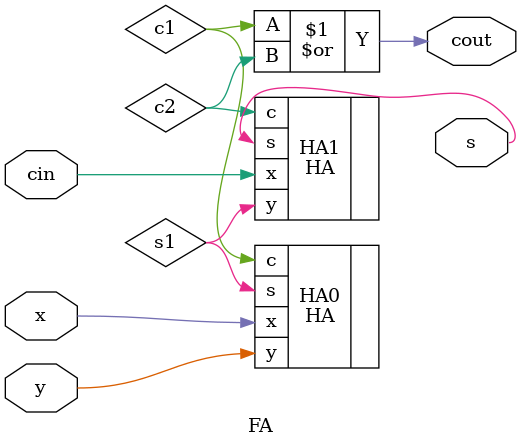
<source format=v>
module FA
(
input x,y,cin,
output s,cout
);

wire s1,c1,c2;
HA HA0(.x(x),.y(y),.s(s1),.c(c1));
HA HA1(.x(cin),.y(s1),.s(s),.c(c2));

assign cout = c1 | c2;
endmodule
</source>
